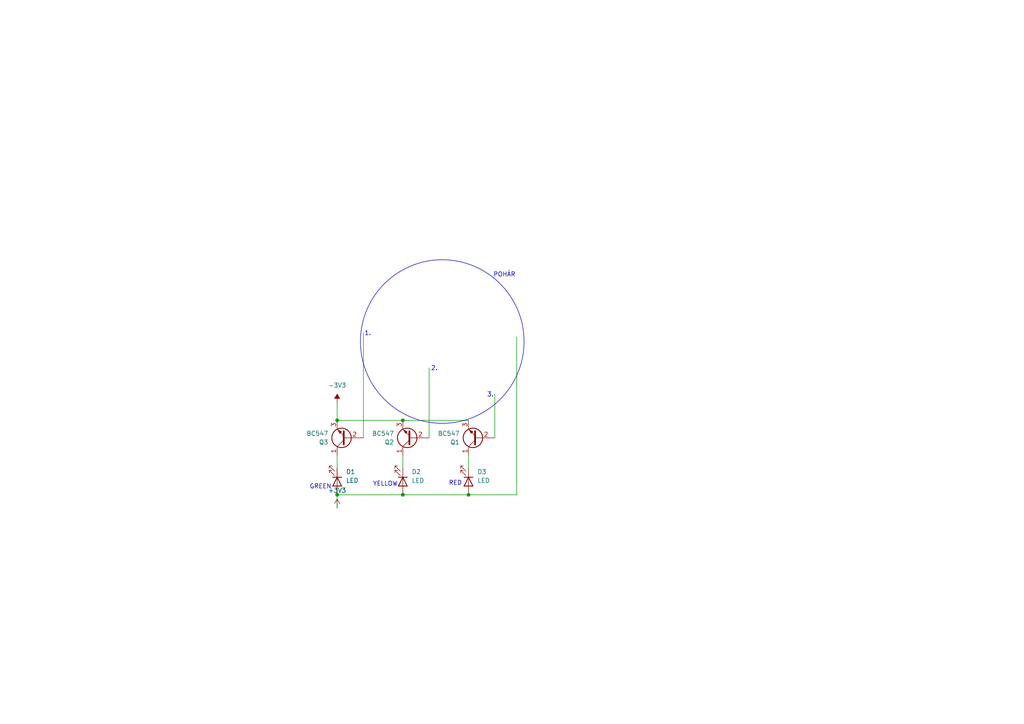
<source format=kicad_sch>
(kicad_sch (version 20231120) (generator "eeschema") (generator_version "8.0")
  (paper "A4")
  (lib_symbols
    (symbol "Device:LED" (pin_numbers hide) (pin_names (offset 1.016) hide)
      (property "Reference" "D" (at 0 2.54 0))
      (property "Value" "LED" (at 0 -2.54 0))
      (symbol "LED_0_1"
        (polyline (pts (xy -1.27 -1.27) (xy -1.27 1.27)) (stroke (width 0.254)))
        (polyline (pts (xy -1.27 0) (xy 1.27 0)))
        (polyline (pts (xy 1.27 -1.27) (xy 1.27 1.27) (xy -1.27 0) (xy 1.27 -1.27)) (stroke (width 0.254)))
        (polyline (pts (xy -3.048 -0.762) (xy -4.572 -2.286) (xy -3.81 -2.286) (xy -4.572 -2.286) (xy -4.572 -1.524)))
        (polyline (pts (xy -1.778 -0.762) (xy -3.302 -2.286) (xy -2.54 -2.286) (xy -3.302 -2.286) (xy -3.302 -1.524)))
      )
      (symbol "LED_1_1"
        (pin passive line (at -3.81 0 0) (length 2.54) (name "K") (number "1"))
        (pin passive line (at 3.81 0 180) (length 2.54) (name "A") (number "2"))
      )
    )
    (symbol "Transistor_BJT:BC547" (pin_names (offset 0) hide)
      (property "Reference" "Q" (at 5.08 1.905 0))
      (property "Value" "BC547" (at 5.08 0 0))
      (symbol "BC547_0_1"
        (polyline (pts (xy 0 0) (xy 0.635 0)))
        (polyline (pts (xy 0.635 0.635) (xy 2.54 2.54)))
        (polyline (pts (xy 0.635 -0.635) (xy 2.54 -2.54) (xy 2.54 -2.54)))
        (polyline (pts (xy 0.635 1.905) (xy 0.635 -1.905) (xy 0.635 -1.905)) (stroke (width 0.508)))
        (polyline (pts (xy 1.27 -1.778) (xy 1.778 -1.27) (xy 2.286 -2.286) (xy 1.27 -1.778) (xy 1.27 -1.778)) (fill (type outline)))
        (circle (center 1.27 0) (radius 2.8194) (stroke (width 0.254)))
      )
      (symbol "BC547_1_1"
        (pin passive line (at 2.54 5.08 270) (length 2.54) (name "C") (number "1"))
        (pin input line (at -5.08 0 0) (length 5.08) (name "B") (number "2"))
        (pin passive line (at 2.54 -5.08 90) (length 2.54) (name "E") (number "3"))
      )
    )
    (symbol "power:+3V3" (power) (pin_numbers hide) (pin_names (offset 0) hide)
      (property "Value" "+3V3" (at 0 3.556 0))
      (symbol "+3V3_0_1"
        (polyline (pts (xy -0.762 1.27) (xy 0 2.54)))
        (polyline (pts (xy 0 0) (xy 0 2.54)))
        (polyline (pts (xy 0 2.54) (xy 0.762 1.27)))
      )
      (symbol "+3V3_1_1"
        (pin power_in line (at 0 0 90) (length 0) (name "~") (number "1"))
      )
    )
    (symbol "power:-3V3" (power) (pin_numbers hide) (pin_names (offset 0) hide)
      (property "Value" "-3V3" (at 0 3.556 0))
      (symbol "-3V3_0_0"
        (pin power_in line (at 0 0 90) (length 0) (name "~") (number "1"))
      )
      (symbol "-3V3_0_1"
        (polyline (pts (xy 0 0) (xy 0 1.27) (xy 0.762 1.27) (xy 0 2.54) (xy -0.762 1.27) (xy 0 1.27)) (fill (type outline)))
      )
    )
  )
  (junction (at 135.89 143.51))
  (junction (at 97.79 143.51))
  (junction (at 116.84 121.92))
  (junction (at 97.79 121.92))
  (junction (at 116.84 143.51))
  (wire (pts (xy 124.46 106.68) (xy 124.46 127)))
  (wire (pts (xy 116.84 143.51) (xy 135.89 143.51)))
  (wire (pts (xy 135.89 143.51) (xy 149.86 143.51)))
  (wire (pts (xy 97.79 121.92) (xy 116.84 121.92)))
  (wire (pts (xy 97.79 143.51) (xy 97.79 147.32)))
  (wire (pts (xy 97.79 116.84) (xy 97.79 121.92)))
  (wire (pts (xy 135.89 132.08) (xy 135.89 135.89)))
  (wire (pts (xy 97.79 143.51) (xy 116.84 143.51)))
  (wire (pts (xy 105.41 96.52) (xy 105.41 127)))
  (wire (pts (xy 116.84 132.08) (xy 116.84 135.89)))
  (wire (pts (xy 149.86 143.51) (xy 149.86 97.79)))
  (wire (pts (xy 143.51 114.3) (xy 143.51 127)))
  (wire (pts (xy 116.84 121.92) (xy 135.89 121.92)))
  (wire (pts (xy 97.79 132.08) (xy 97.79 135.89)))
  (circle (center 128.27 99.06) (radius 23.7256))
  (text "2." (at 125.984 106.934 0) (effects (font (size 1.27 1.27))))
  (text "1." (at 106.68 96.774 0) (effects (font (size 1.27 1.27))))
  (text "RED" (at 132.08 140.208 0) (effects (font (size 1.27 1.27))))
  (text "3." (at 142.24 114.554 0) (effects (font (size 1.27 1.27))))
  (text "POHÁR" (at 146.304 79.756 0) (effects (font (size 1.27 1.27))))
  (text "YELLOW\n" (at 111.76 140.462 0) (effects (font (size 1.27 1.27))))
  (text "GREEN" (at 92.964 141.224 0) (effects (font (size 1.27 1.27))))
  (symbol (lib_id "power:+3V3") (at 97.79 147.32 0) (unit 1)
    (property "Reference" "#PWR01" (effects (hide yes)))
    (property "Value" "+3V3" (at 97.79 142.24 0))
    (property "Description" "Power symbol creates a global label with name \"+3V3\"" (effects (hide yes)))
  )
  (symbol (lib_id "Transistor_BJT:BC547") (at 119.38 127 180) (unit 1)
    (property "Reference" "Q2" (at 114.3 128.2701 0) (effects (justify left)))
    (property "Value" "BC547" (at 114.3 125.7301 0) (effects (justify left)))
    (property "Footprint" "Package_TO_SOT_THT:TO-92_Inline" (effects (hide yes)))
    (property "Datasheet" "https://www.onsemi.com/pub/Collateral/BC550-D.pdf" (effects (hide yes)))
    (property "Description" "0.1A Ic, 45V Vce, Small Signal NPN Transistor, TO-92" (effects (hide yes)))
  )
  (symbol (lib_id "Transistor_BJT:BC547") (at 138.43 127 180) (unit 1)
    (property "Reference" "Q1" (at 133.35 128.2701 0) (effects (justify left)))
    (property "Value" "BC547" (at 133.35 125.7301 0) (effects (justify left)))
    (property "Footprint" "Package_TO_SOT_THT:TO-92_Inline" (effects (hide yes)))
    (property "Datasheet" "https://www.onsemi.com/pub/Collateral/BC550-D.pdf" (effects (hide yes)))
    (property "Description" "0.1A Ic, 45V Vce, Small Signal NPN Transistor, TO-92" (effects (hide yes)))
  )
  (symbol (lib_id "Transistor_BJT:BC547") (at 100.33 127 180) (unit 1)
    (property "Reference" "Q3" (at 95.25 128.2701 0) (effects (justify left)))
    (property "Value" "BC547" (at 95.25 125.7301 0) (effects (justify left)))
    (property "Footprint" "Package_TO_SOT_THT:TO-92_Inline" (effects (hide yes)))
    (property "Datasheet" "https://www.onsemi.com/pub/Collateral/BC550-D.pdf" (effects (hide yes)))
    (property "Description" "0.1A Ic, 45V Vce, Small Signal NPN Transistor, TO-92" (effects (hide yes)))
  )
  (symbol (lib_id "power:-3V3") (at 97.79 116.84 0) (unit 1)
    (property "Reference" "#PWR02" (effects (hide yes)))
    (property "Value" "-3V3" (at 97.79 111.76 0))
    (property "Description" "Power symbol creates a global label with name \"-3V3\"" (effects (hide yes)))
  )
  (symbol (lib_id "Device:LED") (at 116.84 139.7 270) (unit 1)
    (property "Reference" "D2" (at 119.38 136.8424 90) (effects (justify left)))
    (property "Value" "LED" (at 119.38 139.3824 90) (effects (justify left)))
    (property "Description" "Light emitting diode" (effects (hide yes)))
  )
  (symbol (lib_id "Device:LED") (at 97.79 139.7 270) (unit 1)
    (property "Reference" "D1" (at 100.33 136.8424 90) (effects (justify left)))
    (property "Value" "LED" (at 100.33 139.3824 90) (effects (justify left)))
    (property "Description" "Light emitting diode" (effects (hide yes)))
  )
  (symbol (lib_id "Device:LED") (at 135.89 139.7 270) (unit 1)
    (property "Reference" "D3" (at 138.43 136.8424 90) (effects (justify left)))
    (property "Value" "LED" (at 138.43 139.3824 90) (effects (justify left)))
    (property "Description" "Light emitting diode" (effects (hide yes)))
  )
)
</source>
